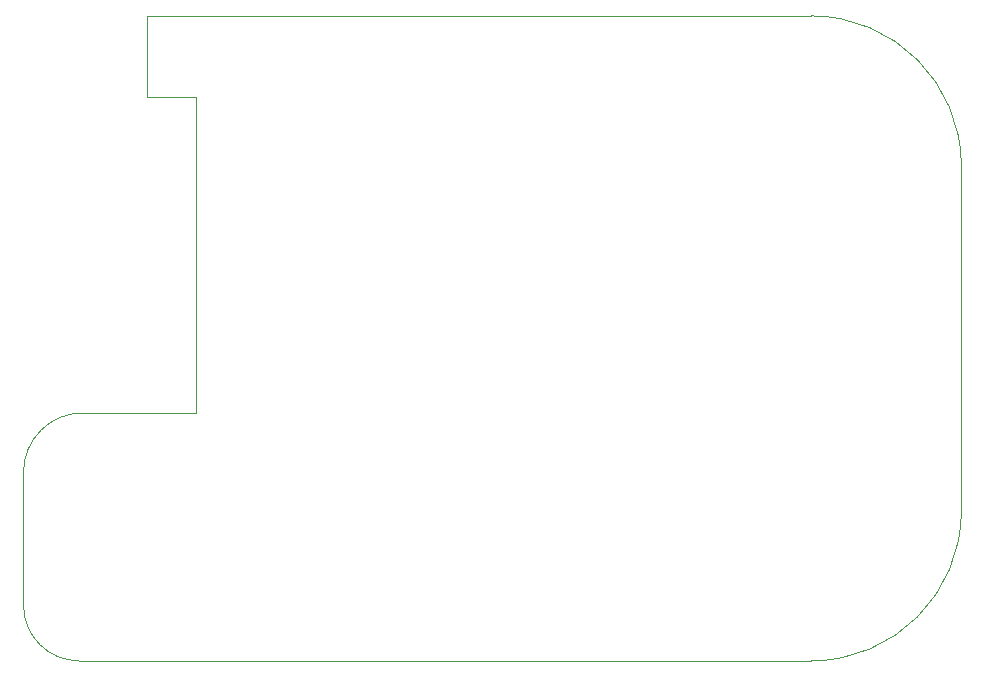
<source format=gbr>
G04 #@! TF.GenerationSoftware,KiCad,Pcbnew,(5.0.0)*
G04 #@! TF.CreationDate,2018-09-16T18:52:53-03:00*
G04 #@! TF.ProjectId,Cape_Beaglebone,436170655F426561676C65626F6E652E,rev?*
G04 #@! TF.SameCoordinates,Original*
G04 #@! TF.FileFunction,Profile,NP*
%FSLAX46Y46*%
G04 Gerber Fmt 4.6, Leading zero omitted, Abs format (unit mm)*
G04 Created by KiCad (PCBNEW (5.0.0)) date 09/16/18 18:52:53*
%MOMM*%
%LPD*%
G01*
G04 APERTURE LIST*
%ADD10C,0.002540*%
G04 APERTURE END LIST*
D10*
X115999000Y-85800000D02*
G75*
G02X121100000Y-80800000I5001000J0D01*
G01*
X120710000Y-101780096D02*
G75*
G02X116000000Y-97100000I0J4710096D01*
G01*
X182711296Y-47171004D02*
X126450296Y-47171004D01*
X182711296Y-101781004D02*
G75*
G03X195411296Y-89081004I0J12700000D01*
G01*
X195411296Y-59871004D02*
G75*
G03X182711296Y-47171004I-12700000J0D01*
G01*
X116000000Y-85800000D02*
X116000000Y-97100000D01*
X130640000Y-80800000D02*
X121100000Y-80800000D01*
X130610000Y-54050000D02*
X130640000Y-80800000D01*
X126453900Y-54051200D02*
X130610000Y-54050000D01*
X126450296Y-47171004D02*
X126453900Y-54051200D01*
X195411296Y-89081004D02*
X195411296Y-59871004D01*
X120710000Y-101780000D02*
X182711296Y-101781004D01*
M02*

</source>
